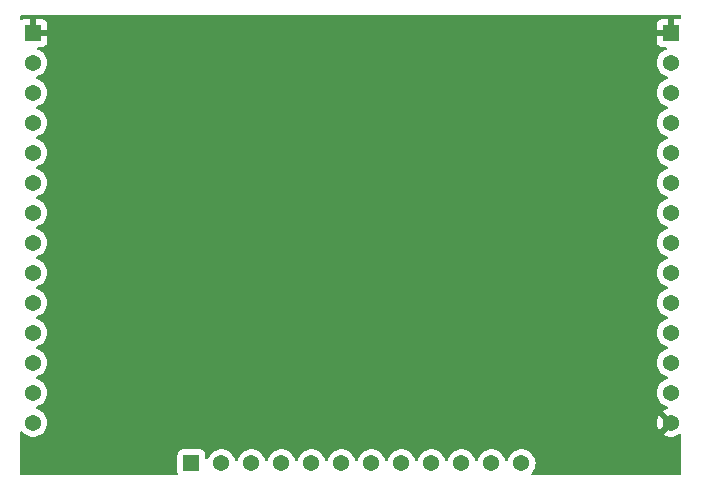
<source format=gbl>
%TF.GenerationSoftware,KiCad,Pcbnew,8.0.0*%
%TF.CreationDate,2024-03-04T00:39:04-06:00*%
%TF.ProjectId,MicrocontrollerTestBoard,4d696372-6f63-46f6-9e74-726f6c6c6572,rev?*%
%TF.SameCoordinates,Original*%
%TF.FileFunction,Copper,L2,Bot*%
%TF.FilePolarity,Positive*%
%FSLAX46Y46*%
G04 Gerber Fmt 4.6, Leading zero omitted, Abs format (unit mm)*
G04 Created by KiCad (PCBNEW 8.0.0) date 2024-03-04 00:39:04*
%MOMM*%
%LPD*%
G01*
G04 APERTURE LIST*
%TA.AperFunction,ComponentPad*%
%ADD10R,1.370000X1.370000*%
%TD*%
%TA.AperFunction,ComponentPad*%
%ADD11C,1.370000*%
%TD*%
%TA.AperFunction,ViaPad*%
%ADD12C,0.610000*%
%TD*%
%TA.AperFunction,Conductor*%
%ADD13C,0.508000*%
%TD*%
G04 APERTURE END LIST*
D10*
%TO.P,J3,1,1*%
%TO.N,Net-(U2-EPAD)*%
X178562000Y-74803000D03*
D11*
%TO.P,J3,2,2*%
%TO.N,Net-(U2-IO2)*%
X178562000Y-77343000D03*
%TO.P,J3,3,3*%
%TO.N,Net-(U2-TXD0)*%
X178562000Y-79883000D03*
%TO.P,J3,4,4*%
%TO.N,Net-(U2-RXD0)*%
X178562000Y-82423000D03*
%TO.P,J3,5,5*%
%TO.N,Net-(U2-IO42)*%
X178562000Y-84963000D03*
%TO.P,J3,6,6*%
%TO.N,Net-(U2-IO41)*%
X178562000Y-87503000D03*
%TO.P,J3,7,7*%
%TO.N,Net-(U2-IO40)*%
X178562000Y-90043000D03*
%TO.P,J3,8,8*%
%TO.N,Net-(U2-IO39)*%
X178562000Y-92583000D03*
%TO.P,J3,9,9*%
%TO.N,Net-(U2-IO38)*%
X178562000Y-95123000D03*
%TO.P,J3,10,10*%
%TO.N,Net-(U2-IO37_B)*%
X178562000Y-97663000D03*
%TO.P,J3,11,11*%
%TO.N,Net-(U2-IO36_B)*%
X178562000Y-100203000D03*
%TO.P,J3,12,12*%
%TO.N,Net-(U2-IO35_B)*%
X178562000Y-102743000D03*
%TO.P,J3,13,13*%
%TO.N,Net-(U2-IO0)*%
X178562000Y-105283000D03*
%TO.P,J3,14,14*%
%TO.N,Net-(U2-EPAD)*%
X178562000Y-107823000D03*
%TD*%
%TO.P,J2,12,12*%
%TO.N,Net-(U2-IO45)*%
X165929000Y-111247000D03*
%TO.P,J2,11,11*%
%TO.N,Net-(U2-IO48)*%
X163389000Y-111247000D03*
%TO.P,J2,10,10*%
%TO.N,Net-(U2-IO47)*%
X160849000Y-111247000D03*
%TO.P,J2,9,9*%
%TO.N,Net-(U2-IO21)*%
X158309000Y-111247000D03*
%TO.P,J2,8,8*%
%TO.N,Net-(U2-IO14)*%
X155769000Y-111247000D03*
%TO.P,J2,7,7*%
%TO.N,Net-(U2-IO13)*%
X153229000Y-111247000D03*
%TO.P,J2,6,6*%
%TO.N,Net-(U2-IO12)*%
X150689000Y-111247000D03*
%TO.P,J2,5,5*%
%TO.N,Net-(U2-IO11)*%
X148149000Y-111247000D03*
%TO.P,J2,4,4*%
%TO.N,Net-(U2-IO10)*%
X145609000Y-111247000D03*
%TO.P,J2,3,3*%
%TO.N,Net-(U2-IO9)*%
X143069000Y-111247000D03*
%TO.P,J2,2,2*%
%TO.N,Net-(U2-IO46)*%
X140529000Y-111247000D03*
D10*
%TO.P,J2,1,1*%
%TO.N,Net-(U2-IO3)*%
X137989000Y-111247000D03*
%TD*%
D11*
%TO.P,J1,14,14*%
%TO.N,Net-(U2-IO20)*%
X124587000Y-107823000D03*
%TO.P,J1,13,13*%
%TO.N,Net-(U2-IO19)*%
X124587000Y-105283000D03*
%TO.P,J1,12,12*%
%TO.N,Net-(U2-IO8)*%
X124587000Y-102743000D03*
%TO.P,J1,11,11*%
%TO.N,Net-(U2-IO18)*%
X124587000Y-100203000D03*
%TO.P,J1,10,10*%
%TO.N,Net-(U2-IO17)*%
X124587000Y-97663000D03*
%TO.P,J1,9,9*%
%TO.N,Net-(U2-IO16)*%
X124587000Y-95123000D03*
%TO.P,J1,8,8*%
%TO.N,Net-(U2-IO15)*%
X124587000Y-92583000D03*
%TO.P,J1,7,7*%
%TO.N,Net-(U2-IO7)*%
X124587000Y-90043000D03*
%TO.P,J1,6,6*%
%TO.N,Net-(U2-IO6)*%
X124587000Y-87503000D03*
%TO.P,J1,5,5*%
%TO.N,Net-(U2-IO5)*%
X124587000Y-84963000D03*
%TO.P,J1,4,4*%
%TO.N,Net-(U2-IO4)*%
X124587000Y-82423000D03*
%TO.P,J1,3,3*%
%TO.N,Net-(U2-EN)*%
X124587000Y-79883000D03*
%TO.P,J1,2,2*%
%TO.N,Net-(U2-3V3)*%
X124587000Y-77343000D03*
D10*
%TO.P,J1,1,1*%
%TO.N,Net-(U2-EPAD)*%
X124587000Y-74803000D03*
%TD*%
D12*
%TO.N,Net-(U2-EPAD)*%
X137541000Y-100838000D03*
X164338000Y-100838000D03*
X169799000Y-74803000D03*
X134493000Y-74803000D03*
%TD*%
D13*
%TO.N,Net-(U2-EPAD)*%
X164338000Y-80264000D02*
X169799000Y-74803000D01*
X164338000Y-100838000D02*
X164338000Y-80264000D01*
X137541000Y-100838000D02*
X164338000Y-100838000D01*
X137541000Y-77851000D02*
X134493000Y-74803000D01*
X137541000Y-100838000D02*
X137541000Y-77851000D01*
%TD*%
%TA.AperFunction,Conductor*%
%TO.N,Net-(U2-EPAD)*%
G36*
X179394039Y-73302685D02*
G01*
X179439794Y-73355489D01*
X179451000Y-73407000D01*
X179451000Y-73496744D01*
X179431315Y-73563783D01*
X179378511Y-73609538D01*
X179313744Y-73620033D01*
X179294844Y-73618000D01*
X178812000Y-73618000D01*
X178812000Y-74358439D01*
X178758853Y-74327755D01*
X178629143Y-74293000D01*
X178494857Y-74293000D01*
X178365147Y-74327755D01*
X178312000Y-74358439D01*
X178312000Y-73618000D01*
X177829155Y-73618000D01*
X177769627Y-73624401D01*
X177769620Y-73624403D01*
X177634913Y-73674645D01*
X177634906Y-73674649D01*
X177519812Y-73760809D01*
X177519809Y-73760812D01*
X177433649Y-73875906D01*
X177433645Y-73875913D01*
X177383403Y-74010620D01*
X177383401Y-74010627D01*
X177377000Y-74070155D01*
X177377000Y-74553000D01*
X178117440Y-74553000D01*
X178086755Y-74606147D01*
X178052000Y-74735857D01*
X178052000Y-74870143D01*
X178086755Y-74999853D01*
X178117440Y-75053000D01*
X177377000Y-75053000D01*
X177377000Y-75535844D01*
X177383401Y-75595372D01*
X177383403Y-75595379D01*
X177433645Y-75730086D01*
X177433649Y-75730093D01*
X177519809Y-75845187D01*
X177519812Y-75845190D01*
X177634906Y-75931350D01*
X177634913Y-75931354D01*
X177769620Y-75981596D01*
X177769627Y-75981598D01*
X177829155Y-75987999D01*
X177829172Y-75988000D01*
X178114579Y-75988000D01*
X178181618Y-76007685D01*
X178227373Y-76060489D01*
X178237317Y-76129647D01*
X178208292Y-76193203D01*
X178159373Y-76227627D01*
X178031314Y-76277236D01*
X178031312Y-76277237D01*
X177844514Y-76392898D01*
X177682153Y-76540909D01*
X177549749Y-76716240D01*
X177451819Y-76912909D01*
X177391692Y-77124236D01*
X177371421Y-77342999D01*
X177371421Y-77343000D01*
X177391692Y-77561763D01*
X177451819Y-77773090D01*
X177549749Y-77969759D01*
X177682153Y-78145090D01*
X177821830Y-78272422D01*
X177844516Y-78293103D01*
X178031313Y-78408763D01*
X178236183Y-78488129D01*
X178252141Y-78491112D01*
X178314419Y-78522780D01*
X178349692Y-78583092D01*
X178346758Y-78652900D01*
X178306549Y-78710040D01*
X178252141Y-78734887D01*
X178236183Y-78737871D01*
X178236181Y-78737871D01*
X178236179Y-78737872D01*
X178031314Y-78817236D01*
X178031312Y-78817237D01*
X177844514Y-78932898D01*
X177682153Y-79080909D01*
X177549749Y-79256240D01*
X177451819Y-79452909D01*
X177391692Y-79664236D01*
X177371421Y-79882999D01*
X177371421Y-79883000D01*
X177391692Y-80101763D01*
X177451819Y-80313090D01*
X177549749Y-80509759D01*
X177682153Y-80685090D01*
X177821830Y-80812422D01*
X177844516Y-80833103D01*
X178031313Y-80948763D01*
X178236183Y-81028129D01*
X178252141Y-81031112D01*
X178314419Y-81062780D01*
X178349692Y-81123092D01*
X178346758Y-81192900D01*
X178306549Y-81250040D01*
X178252141Y-81274887D01*
X178236183Y-81277871D01*
X178236181Y-81277871D01*
X178236179Y-81277872D01*
X178031314Y-81357236D01*
X178031312Y-81357237D01*
X177844514Y-81472898D01*
X177682153Y-81620909D01*
X177549749Y-81796240D01*
X177451819Y-81992909D01*
X177391692Y-82204236D01*
X177371421Y-82422999D01*
X177371421Y-82423000D01*
X177391692Y-82641763D01*
X177451819Y-82853090D01*
X177549749Y-83049759D01*
X177682153Y-83225090D01*
X177821830Y-83352422D01*
X177844516Y-83373103D01*
X178031313Y-83488763D01*
X178236183Y-83568129D01*
X178252141Y-83571112D01*
X178314419Y-83602780D01*
X178349692Y-83663092D01*
X178346758Y-83732900D01*
X178306549Y-83790040D01*
X178252141Y-83814887D01*
X178236183Y-83817871D01*
X178236181Y-83817871D01*
X178236179Y-83817872D01*
X178031314Y-83897236D01*
X178031312Y-83897237D01*
X177844514Y-84012898D01*
X177682153Y-84160909D01*
X177549749Y-84336240D01*
X177451819Y-84532909D01*
X177391692Y-84744236D01*
X177371421Y-84962999D01*
X177371421Y-84963000D01*
X177391692Y-85181763D01*
X177451819Y-85393090D01*
X177549749Y-85589759D01*
X177682153Y-85765090D01*
X177821830Y-85892422D01*
X177844516Y-85913103D01*
X178031313Y-86028763D01*
X178236183Y-86108129D01*
X178252141Y-86111112D01*
X178314419Y-86142780D01*
X178349692Y-86203092D01*
X178346758Y-86272900D01*
X178306549Y-86330040D01*
X178252141Y-86354887D01*
X178236183Y-86357871D01*
X178236181Y-86357871D01*
X178236179Y-86357872D01*
X178031314Y-86437236D01*
X178031312Y-86437237D01*
X177844514Y-86552898D01*
X177682153Y-86700909D01*
X177549749Y-86876240D01*
X177451819Y-87072909D01*
X177391692Y-87284236D01*
X177371421Y-87502999D01*
X177371421Y-87503000D01*
X177391692Y-87721763D01*
X177451819Y-87933090D01*
X177549749Y-88129759D01*
X177682153Y-88305090D01*
X177821830Y-88432422D01*
X177844516Y-88453103D01*
X178031313Y-88568763D01*
X178236183Y-88648129D01*
X178252141Y-88651112D01*
X178314419Y-88682780D01*
X178349692Y-88743092D01*
X178346758Y-88812900D01*
X178306549Y-88870040D01*
X178252141Y-88894887D01*
X178236183Y-88897871D01*
X178236181Y-88897871D01*
X178236179Y-88897872D01*
X178031314Y-88977236D01*
X178031312Y-88977237D01*
X177844514Y-89092898D01*
X177682153Y-89240909D01*
X177549749Y-89416240D01*
X177451819Y-89612909D01*
X177391692Y-89824236D01*
X177371421Y-90042999D01*
X177371421Y-90043000D01*
X177391692Y-90261763D01*
X177451819Y-90473090D01*
X177549749Y-90669759D01*
X177682153Y-90845090D01*
X177821830Y-90972422D01*
X177844516Y-90993103D01*
X178031313Y-91108763D01*
X178236183Y-91188129D01*
X178252141Y-91191112D01*
X178314419Y-91222780D01*
X178349692Y-91283092D01*
X178346758Y-91352900D01*
X178306549Y-91410040D01*
X178252141Y-91434887D01*
X178236183Y-91437871D01*
X178236181Y-91437871D01*
X178236179Y-91437872D01*
X178031314Y-91517236D01*
X178031312Y-91517237D01*
X177844514Y-91632898D01*
X177682153Y-91780909D01*
X177549749Y-91956240D01*
X177451819Y-92152909D01*
X177391692Y-92364236D01*
X177371421Y-92582999D01*
X177371421Y-92583000D01*
X177391692Y-92801763D01*
X177451819Y-93013090D01*
X177549749Y-93209759D01*
X177682153Y-93385090D01*
X177821830Y-93512422D01*
X177844516Y-93533103D01*
X178031313Y-93648763D01*
X178236183Y-93728129D01*
X178252141Y-93731112D01*
X178314419Y-93762780D01*
X178349692Y-93823092D01*
X178346758Y-93892900D01*
X178306549Y-93950040D01*
X178252141Y-93974887D01*
X178236183Y-93977871D01*
X178236181Y-93977871D01*
X178236179Y-93977872D01*
X178031314Y-94057236D01*
X178031312Y-94057237D01*
X177844514Y-94172898D01*
X177682153Y-94320909D01*
X177549749Y-94496240D01*
X177451819Y-94692909D01*
X177391692Y-94904236D01*
X177371421Y-95122999D01*
X177371421Y-95123000D01*
X177391692Y-95341763D01*
X177451819Y-95553090D01*
X177549749Y-95749759D01*
X177682153Y-95925090D01*
X177821830Y-96052422D01*
X177844516Y-96073103D01*
X178031313Y-96188763D01*
X178236183Y-96268129D01*
X178252141Y-96271112D01*
X178314419Y-96302780D01*
X178349692Y-96363092D01*
X178346758Y-96432900D01*
X178306549Y-96490040D01*
X178252141Y-96514887D01*
X178236183Y-96517871D01*
X178236181Y-96517871D01*
X178236179Y-96517872D01*
X178031314Y-96597236D01*
X178031312Y-96597237D01*
X177844514Y-96712898D01*
X177682153Y-96860909D01*
X177549749Y-97036240D01*
X177451819Y-97232909D01*
X177391692Y-97444236D01*
X177371421Y-97662999D01*
X177371421Y-97663000D01*
X177391692Y-97881763D01*
X177451819Y-98093090D01*
X177549749Y-98289759D01*
X177682153Y-98465090D01*
X177821830Y-98592422D01*
X177844516Y-98613103D01*
X178031313Y-98728763D01*
X178236183Y-98808129D01*
X178252141Y-98811112D01*
X178314419Y-98842780D01*
X178349692Y-98903092D01*
X178346758Y-98972900D01*
X178306549Y-99030040D01*
X178252141Y-99054887D01*
X178236183Y-99057871D01*
X178236181Y-99057871D01*
X178236179Y-99057872D01*
X178031314Y-99137236D01*
X178031312Y-99137237D01*
X177844514Y-99252898D01*
X177682153Y-99400909D01*
X177549749Y-99576240D01*
X177451819Y-99772909D01*
X177391692Y-99984236D01*
X177371421Y-100202999D01*
X177371421Y-100203000D01*
X177391692Y-100421763D01*
X177451819Y-100633090D01*
X177549749Y-100829759D01*
X177682153Y-101005090D01*
X177821830Y-101132422D01*
X177844516Y-101153103D01*
X178031313Y-101268763D01*
X178236183Y-101348129D01*
X178252141Y-101351112D01*
X178314419Y-101382780D01*
X178349692Y-101443092D01*
X178346758Y-101512900D01*
X178306549Y-101570040D01*
X178252141Y-101594887D01*
X178236183Y-101597871D01*
X178236181Y-101597871D01*
X178236179Y-101597872D01*
X178031314Y-101677236D01*
X178031312Y-101677237D01*
X177844514Y-101792898D01*
X177682153Y-101940909D01*
X177549749Y-102116240D01*
X177451819Y-102312909D01*
X177391692Y-102524236D01*
X177371421Y-102742999D01*
X177371421Y-102743000D01*
X177391692Y-102961763D01*
X177451819Y-103173090D01*
X177549749Y-103369759D01*
X177682153Y-103545090D01*
X177821830Y-103672422D01*
X177844516Y-103693103D01*
X178031313Y-103808763D01*
X178236183Y-103888129D01*
X178252141Y-103891112D01*
X178314419Y-103922780D01*
X178349692Y-103983092D01*
X178346758Y-104052900D01*
X178306549Y-104110040D01*
X178252141Y-104134887D01*
X178236183Y-104137871D01*
X178236181Y-104137871D01*
X178236179Y-104137872D01*
X178031314Y-104217236D01*
X178031312Y-104217237D01*
X177844514Y-104332898D01*
X177682153Y-104480909D01*
X177549749Y-104656240D01*
X177451819Y-104852909D01*
X177391692Y-105064236D01*
X177371421Y-105282999D01*
X177371421Y-105283000D01*
X177391692Y-105501763D01*
X177451819Y-105713090D01*
X177549749Y-105909759D01*
X177682153Y-106085090D01*
X177821830Y-106212422D01*
X177844516Y-106233103D01*
X178031313Y-106348763D01*
X178236183Y-106428129D01*
X178253493Y-106431365D01*
X178315774Y-106463030D01*
X178351049Y-106523341D01*
X178348118Y-106593149D01*
X178307910Y-106650290D01*
X178253501Y-106675141D01*
X178236325Y-106678352D01*
X178236321Y-106678353D01*
X178031540Y-106757685D01*
X177919567Y-106827014D01*
X178424424Y-107331871D01*
X178365147Y-107347755D01*
X178248853Y-107414898D01*
X178153898Y-107509853D01*
X178086755Y-107626147D01*
X178070871Y-107685425D01*
X177563847Y-107178401D01*
X177563846Y-107178401D01*
X177550176Y-107196503D01*
X177452290Y-107393084D01*
X177452284Y-107393099D01*
X177392186Y-107604322D01*
X177392185Y-107604324D01*
X177371923Y-107822999D01*
X177371923Y-107823000D01*
X177392185Y-108041675D01*
X177392186Y-108041677D01*
X177452284Y-108252900D01*
X177452290Y-108252915D01*
X177550172Y-108449489D01*
X177550177Y-108449497D01*
X177563846Y-108467597D01*
X177563847Y-108467598D01*
X178070871Y-107960574D01*
X178086755Y-108019853D01*
X178153898Y-108136147D01*
X178248853Y-108231102D01*
X178365147Y-108298245D01*
X178424423Y-108314127D01*
X177919567Y-108818984D01*
X177919568Y-108818985D01*
X178031533Y-108888311D01*
X178031539Y-108888314D01*
X178236321Y-108967646D01*
X178452197Y-109008000D01*
X178671803Y-109008000D01*
X178887677Y-108967646D01*
X178887678Y-108967646D01*
X179092460Y-108888314D01*
X179092466Y-108888311D01*
X179261723Y-108783512D01*
X179329083Y-108764957D01*
X179395783Y-108785765D01*
X179440644Y-108839330D01*
X179451000Y-108888939D01*
X179451000Y-112144000D01*
X179431315Y-112211039D01*
X179378511Y-112256794D01*
X179327000Y-112268000D01*
X166888794Y-112268000D01*
X166821755Y-112248315D01*
X166776000Y-112195511D01*
X166766056Y-112126353D01*
X166795081Y-112062797D01*
X166805251Y-112052366D01*
X166808848Y-112049088D01*
X166941251Y-111873759D01*
X167039182Y-111677087D01*
X167099307Y-111465768D01*
X167119579Y-111247000D01*
X167099307Y-111028232D01*
X167039182Y-110816913D01*
X166941251Y-110620241D01*
X166861109Y-110514116D01*
X166808846Y-110444909D01*
X166646485Y-110296898D01*
X166646484Y-110296897D01*
X166459687Y-110181237D01*
X166459685Y-110181236D01*
X166296978Y-110118204D01*
X166254817Y-110101871D01*
X166038853Y-110061500D01*
X165819147Y-110061500D01*
X165603183Y-110101871D01*
X165603180Y-110101871D01*
X165603180Y-110101872D01*
X165398314Y-110181236D01*
X165398312Y-110181237D01*
X165211514Y-110296898D01*
X165049153Y-110444909D01*
X164916749Y-110620240D01*
X164818819Y-110816909D01*
X164817299Y-110822251D01*
X164778265Y-110959439D01*
X164740987Y-111018531D01*
X164677678Y-111048089D01*
X164608438Y-111038727D01*
X164555252Y-110993418D01*
X164539734Y-110959441D01*
X164499182Y-110816913D01*
X164401251Y-110620241D01*
X164321109Y-110514116D01*
X164268846Y-110444909D01*
X164106485Y-110296898D01*
X164106484Y-110296897D01*
X163919687Y-110181237D01*
X163919685Y-110181236D01*
X163756978Y-110118204D01*
X163714817Y-110101871D01*
X163498853Y-110061500D01*
X163279147Y-110061500D01*
X163063183Y-110101871D01*
X163063180Y-110101871D01*
X163063180Y-110101872D01*
X162858314Y-110181236D01*
X162858312Y-110181237D01*
X162671514Y-110296898D01*
X162509153Y-110444909D01*
X162376749Y-110620240D01*
X162278819Y-110816909D01*
X162277299Y-110822251D01*
X162238265Y-110959439D01*
X162200987Y-111018531D01*
X162137678Y-111048089D01*
X162068438Y-111038727D01*
X162015252Y-110993418D01*
X161999734Y-110959441D01*
X161959182Y-110816913D01*
X161861251Y-110620241D01*
X161781109Y-110514116D01*
X161728846Y-110444909D01*
X161566485Y-110296898D01*
X161566484Y-110296897D01*
X161379687Y-110181237D01*
X161379685Y-110181236D01*
X161216978Y-110118204D01*
X161174817Y-110101871D01*
X160958853Y-110061500D01*
X160739147Y-110061500D01*
X160523183Y-110101871D01*
X160523180Y-110101871D01*
X160523180Y-110101872D01*
X160318314Y-110181236D01*
X160318312Y-110181237D01*
X160131514Y-110296898D01*
X159969153Y-110444909D01*
X159836749Y-110620240D01*
X159738819Y-110816909D01*
X159737299Y-110822251D01*
X159698265Y-110959439D01*
X159660987Y-111018531D01*
X159597678Y-111048089D01*
X159528438Y-111038727D01*
X159475252Y-110993418D01*
X159459734Y-110959441D01*
X159419182Y-110816913D01*
X159321251Y-110620241D01*
X159241109Y-110514116D01*
X159188846Y-110444909D01*
X159026485Y-110296898D01*
X159026484Y-110296897D01*
X158839687Y-110181237D01*
X158839685Y-110181236D01*
X158676978Y-110118204D01*
X158634817Y-110101871D01*
X158418853Y-110061500D01*
X158199147Y-110061500D01*
X157983183Y-110101871D01*
X157983180Y-110101871D01*
X157983180Y-110101872D01*
X157778314Y-110181236D01*
X157778312Y-110181237D01*
X157591514Y-110296898D01*
X157429153Y-110444909D01*
X157296749Y-110620240D01*
X157198819Y-110816909D01*
X157197299Y-110822251D01*
X157158265Y-110959439D01*
X157120987Y-111018531D01*
X157057678Y-111048089D01*
X156988438Y-111038727D01*
X156935252Y-110993418D01*
X156919734Y-110959441D01*
X156879182Y-110816913D01*
X156781251Y-110620241D01*
X156701109Y-110514116D01*
X156648846Y-110444909D01*
X156486485Y-110296898D01*
X156486484Y-110296897D01*
X156299687Y-110181237D01*
X156299685Y-110181236D01*
X156136978Y-110118204D01*
X156094817Y-110101871D01*
X155878853Y-110061500D01*
X155659147Y-110061500D01*
X155443183Y-110101871D01*
X155443180Y-110101871D01*
X155443180Y-110101872D01*
X155238314Y-110181236D01*
X155238312Y-110181237D01*
X155051514Y-110296898D01*
X154889153Y-110444909D01*
X154756749Y-110620240D01*
X154658819Y-110816909D01*
X154657299Y-110822251D01*
X154618265Y-110959439D01*
X154580987Y-111018531D01*
X154517678Y-111048089D01*
X154448438Y-111038727D01*
X154395252Y-110993418D01*
X154379734Y-110959441D01*
X154339182Y-110816913D01*
X154241251Y-110620241D01*
X154161109Y-110514116D01*
X154108846Y-110444909D01*
X153946485Y-110296898D01*
X153946484Y-110296897D01*
X153759687Y-110181237D01*
X153759685Y-110181236D01*
X153596978Y-110118204D01*
X153554817Y-110101871D01*
X153338853Y-110061500D01*
X153119147Y-110061500D01*
X152903183Y-110101871D01*
X152903180Y-110101871D01*
X152903180Y-110101872D01*
X152698314Y-110181236D01*
X152698312Y-110181237D01*
X152511514Y-110296898D01*
X152349153Y-110444909D01*
X152216749Y-110620240D01*
X152118819Y-110816909D01*
X152117299Y-110822251D01*
X152078265Y-110959439D01*
X152040987Y-111018531D01*
X151977678Y-111048089D01*
X151908438Y-111038727D01*
X151855252Y-110993418D01*
X151839734Y-110959441D01*
X151799182Y-110816913D01*
X151701251Y-110620241D01*
X151621109Y-110514116D01*
X151568846Y-110444909D01*
X151406485Y-110296898D01*
X151406484Y-110296897D01*
X151219687Y-110181237D01*
X151219685Y-110181236D01*
X151056978Y-110118204D01*
X151014817Y-110101871D01*
X150798853Y-110061500D01*
X150579147Y-110061500D01*
X150363183Y-110101871D01*
X150363180Y-110101871D01*
X150363180Y-110101872D01*
X150158314Y-110181236D01*
X150158312Y-110181237D01*
X149971514Y-110296898D01*
X149809153Y-110444909D01*
X149676749Y-110620240D01*
X149578819Y-110816909D01*
X149577299Y-110822251D01*
X149538265Y-110959439D01*
X149500987Y-111018531D01*
X149437678Y-111048089D01*
X149368438Y-111038727D01*
X149315252Y-110993418D01*
X149299734Y-110959441D01*
X149259182Y-110816913D01*
X149161251Y-110620241D01*
X149081109Y-110514116D01*
X149028846Y-110444909D01*
X148866485Y-110296898D01*
X148866484Y-110296897D01*
X148679687Y-110181237D01*
X148679685Y-110181236D01*
X148516978Y-110118204D01*
X148474817Y-110101871D01*
X148258853Y-110061500D01*
X148039147Y-110061500D01*
X147823183Y-110101871D01*
X147823180Y-110101871D01*
X147823180Y-110101872D01*
X147618314Y-110181236D01*
X147618312Y-110181237D01*
X147431514Y-110296898D01*
X147269153Y-110444909D01*
X147136749Y-110620240D01*
X147038819Y-110816909D01*
X147037299Y-110822251D01*
X146998265Y-110959439D01*
X146960987Y-111018531D01*
X146897678Y-111048089D01*
X146828438Y-111038727D01*
X146775252Y-110993418D01*
X146759734Y-110959441D01*
X146719182Y-110816913D01*
X146621251Y-110620241D01*
X146541109Y-110514116D01*
X146488846Y-110444909D01*
X146326485Y-110296898D01*
X146326484Y-110296897D01*
X146139687Y-110181237D01*
X146139685Y-110181236D01*
X145976978Y-110118204D01*
X145934817Y-110101871D01*
X145718853Y-110061500D01*
X145499147Y-110061500D01*
X145283183Y-110101871D01*
X145283180Y-110101871D01*
X145283180Y-110101872D01*
X145078314Y-110181236D01*
X145078312Y-110181237D01*
X144891514Y-110296898D01*
X144729153Y-110444909D01*
X144596749Y-110620240D01*
X144498819Y-110816909D01*
X144497299Y-110822251D01*
X144458265Y-110959439D01*
X144420987Y-111018531D01*
X144357678Y-111048089D01*
X144288438Y-111038727D01*
X144235252Y-110993418D01*
X144219734Y-110959441D01*
X144179182Y-110816913D01*
X144081251Y-110620241D01*
X144001109Y-110514116D01*
X143948846Y-110444909D01*
X143786485Y-110296898D01*
X143786484Y-110296897D01*
X143599687Y-110181237D01*
X143599685Y-110181236D01*
X143436978Y-110118204D01*
X143394817Y-110101871D01*
X143178853Y-110061500D01*
X142959147Y-110061500D01*
X142743183Y-110101871D01*
X142743180Y-110101871D01*
X142743180Y-110101872D01*
X142538314Y-110181236D01*
X142538312Y-110181237D01*
X142351514Y-110296898D01*
X142189153Y-110444909D01*
X142056749Y-110620240D01*
X141958819Y-110816909D01*
X141957299Y-110822251D01*
X141918265Y-110959439D01*
X141880987Y-111018531D01*
X141817678Y-111048089D01*
X141748438Y-111038727D01*
X141695252Y-110993418D01*
X141679734Y-110959441D01*
X141639182Y-110816913D01*
X141541251Y-110620241D01*
X141461109Y-110514116D01*
X141408846Y-110444909D01*
X141246485Y-110296898D01*
X141246484Y-110296897D01*
X141059687Y-110181237D01*
X141059685Y-110181236D01*
X140896978Y-110118204D01*
X140854817Y-110101871D01*
X140638853Y-110061500D01*
X140419147Y-110061500D01*
X140203183Y-110101871D01*
X140203180Y-110101871D01*
X140203180Y-110101872D01*
X139998314Y-110181236D01*
X139998312Y-110181237D01*
X139811514Y-110296898D01*
X139649153Y-110444909D01*
X139516749Y-110620240D01*
X139418818Y-110816911D01*
X139417765Y-110820613D01*
X139416778Y-110822176D01*
X139416747Y-110822258D01*
X139416731Y-110822251D01*
X139380484Y-110879706D01*
X139317173Y-110909262D01*
X139247934Y-110899898D01*
X139194749Y-110854587D01*
X139174503Y-110787715D01*
X139174499Y-110786676D01*
X139174499Y-110514129D01*
X139174498Y-110514123D01*
X139174497Y-110514116D01*
X139168091Y-110454517D01*
X139164507Y-110444909D01*
X139117797Y-110319671D01*
X139117793Y-110319664D01*
X139031547Y-110204455D01*
X139031544Y-110204452D01*
X138916335Y-110118206D01*
X138916328Y-110118202D01*
X138781482Y-110067908D01*
X138781483Y-110067908D01*
X138721883Y-110061501D01*
X138721881Y-110061500D01*
X138721873Y-110061500D01*
X138721864Y-110061500D01*
X137256129Y-110061500D01*
X137256123Y-110061501D01*
X137196516Y-110067908D01*
X137061671Y-110118202D01*
X137061664Y-110118206D01*
X136946455Y-110204452D01*
X136946452Y-110204455D01*
X136860206Y-110319664D01*
X136860202Y-110319671D01*
X136809908Y-110454517D01*
X136803501Y-110514116D01*
X136803501Y-110514123D01*
X136803500Y-110514135D01*
X136803500Y-111979870D01*
X136803501Y-111979876D01*
X136809908Y-112039483D01*
X136832729Y-112100667D01*
X136837713Y-112170359D01*
X136804228Y-112231682D01*
X136742905Y-112265166D01*
X136716547Y-112268000D01*
X123568000Y-112268000D01*
X123500961Y-112248315D01*
X123455206Y-112195511D01*
X123444000Y-112144000D01*
X123444000Y-108646584D01*
X123463685Y-108579545D01*
X123516489Y-108533790D01*
X123585647Y-108523846D01*
X123649203Y-108552871D01*
X123666951Y-108571854D01*
X123684449Y-108595025D01*
X123707153Y-108625090D01*
X123846830Y-108752422D01*
X123869516Y-108773103D01*
X124056313Y-108888763D01*
X124261183Y-108968129D01*
X124477147Y-109008500D01*
X124477149Y-109008500D01*
X124696851Y-109008500D01*
X124696853Y-109008500D01*
X124912817Y-108968129D01*
X125117687Y-108888763D01*
X125304484Y-108773103D01*
X125466848Y-108625088D01*
X125599251Y-108449759D01*
X125697182Y-108253087D01*
X125757307Y-108041768D01*
X125777579Y-107823000D01*
X125757307Y-107604232D01*
X125697182Y-107392913D01*
X125599251Y-107196241D01*
X125535730Y-107112126D01*
X125466846Y-107020909D01*
X125304485Y-106872898D01*
X125304484Y-106872897D01*
X125117687Y-106757237D01*
X125117685Y-106757236D01*
X124912820Y-106677872D01*
X124912819Y-106677871D01*
X124912817Y-106677871D01*
X124896858Y-106674887D01*
X124834580Y-106643221D01*
X124799307Y-106582909D01*
X124802241Y-106513101D01*
X124842449Y-106455960D01*
X124896858Y-106431112D01*
X124912817Y-106428129D01*
X125117687Y-106348763D01*
X125304484Y-106233103D01*
X125466848Y-106085088D01*
X125599251Y-105909759D01*
X125697182Y-105713087D01*
X125757307Y-105501768D01*
X125777579Y-105283000D01*
X125757307Y-105064232D01*
X125697182Y-104852913D01*
X125599251Y-104656241D01*
X125535730Y-104572126D01*
X125466846Y-104480909D01*
X125304485Y-104332898D01*
X125304484Y-104332897D01*
X125117687Y-104217237D01*
X125117685Y-104217236D01*
X124912820Y-104137872D01*
X124912819Y-104137871D01*
X124912817Y-104137871D01*
X124896858Y-104134887D01*
X124834580Y-104103221D01*
X124799307Y-104042909D01*
X124802241Y-103973101D01*
X124842449Y-103915960D01*
X124896858Y-103891112D01*
X124912817Y-103888129D01*
X125117687Y-103808763D01*
X125304484Y-103693103D01*
X125466848Y-103545088D01*
X125599251Y-103369759D01*
X125697182Y-103173087D01*
X125757307Y-102961768D01*
X125777579Y-102743000D01*
X125757307Y-102524232D01*
X125697182Y-102312913D01*
X125599251Y-102116241D01*
X125535730Y-102032126D01*
X125466846Y-101940909D01*
X125304485Y-101792898D01*
X125304484Y-101792897D01*
X125117687Y-101677237D01*
X125117685Y-101677236D01*
X124912820Y-101597872D01*
X124912819Y-101597871D01*
X124912817Y-101597871D01*
X124896858Y-101594887D01*
X124834580Y-101563221D01*
X124799307Y-101502909D01*
X124802241Y-101433101D01*
X124842449Y-101375960D01*
X124896858Y-101351112D01*
X124912817Y-101348129D01*
X125117687Y-101268763D01*
X125304484Y-101153103D01*
X125466848Y-101005088D01*
X125599251Y-100829759D01*
X125697182Y-100633087D01*
X125757307Y-100421768D01*
X125777579Y-100203000D01*
X125757307Y-99984232D01*
X125697182Y-99772913D01*
X125599251Y-99576241D01*
X125535730Y-99492126D01*
X125466846Y-99400909D01*
X125304485Y-99252898D01*
X125304484Y-99252897D01*
X125117687Y-99137237D01*
X125117685Y-99137236D01*
X124912820Y-99057872D01*
X124912819Y-99057871D01*
X124912817Y-99057871D01*
X124896858Y-99054887D01*
X124834580Y-99023221D01*
X124799307Y-98962909D01*
X124802241Y-98893101D01*
X124842449Y-98835960D01*
X124896858Y-98811112D01*
X124912817Y-98808129D01*
X125117687Y-98728763D01*
X125304484Y-98613103D01*
X125466848Y-98465088D01*
X125599251Y-98289759D01*
X125697182Y-98093087D01*
X125757307Y-97881768D01*
X125777579Y-97663000D01*
X125757307Y-97444232D01*
X125697182Y-97232913D01*
X125599251Y-97036241D01*
X125535730Y-96952126D01*
X125466846Y-96860909D01*
X125304485Y-96712898D01*
X125304484Y-96712897D01*
X125117687Y-96597237D01*
X125117685Y-96597236D01*
X124912820Y-96517872D01*
X124912819Y-96517871D01*
X124912817Y-96517871D01*
X124896858Y-96514887D01*
X124834580Y-96483221D01*
X124799307Y-96422909D01*
X124802241Y-96353101D01*
X124842449Y-96295960D01*
X124896858Y-96271112D01*
X124912817Y-96268129D01*
X125117687Y-96188763D01*
X125304484Y-96073103D01*
X125466848Y-95925088D01*
X125599251Y-95749759D01*
X125697182Y-95553087D01*
X125757307Y-95341768D01*
X125777579Y-95123000D01*
X125757307Y-94904232D01*
X125697182Y-94692913D01*
X125599251Y-94496241D01*
X125535730Y-94412126D01*
X125466846Y-94320909D01*
X125304485Y-94172898D01*
X125304484Y-94172897D01*
X125117687Y-94057237D01*
X125117685Y-94057236D01*
X124912820Y-93977872D01*
X124912819Y-93977871D01*
X124912817Y-93977871D01*
X124896858Y-93974887D01*
X124834580Y-93943221D01*
X124799307Y-93882909D01*
X124802241Y-93813101D01*
X124842449Y-93755960D01*
X124896858Y-93731112D01*
X124912817Y-93728129D01*
X125117687Y-93648763D01*
X125304484Y-93533103D01*
X125466848Y-93385088D01*
X125599251Y-93209759D01*
X125697182Y-93013087D01*
X125757307Y-92801768D01*
X125777579Y-92583000D01*
X125757307Y-92364232D01*
X125697182Y-92152913D01*
X125599251Y-91956241D01*
X125535730Y-91872126D01*
X125466846Y-91780909D01*
X125304485Y-91632898D01*
X125304484Y-91632897D01*
X125117687Y-91517237D01*
X125117685Y-91517236D01*
X124912820Y-91437872D01*
X124912819Y-91437871D01*
X124912817Y-91437871D01*
X124896858Y-91434887D01*
X124834580Y-91403221D01*
X124799307Y-91342909D01*
X124802241Y-91273101D01*
X124842449Y-91215960D01*
X124896858Y-91191112D01*
X124912817Y-91188129D01*
X125117687Y-91108763D01*
X125304484Y-90993103D01*
X125466848Y-90845088D01*
X125599251Y-90669759D01*
X125697182Y-90473087D01*
X125757307Y-90261768D01*
X125777579Y-90043000D01*
X125757307Y-89824232D01*
X125697182Y-89612913D01*
X125599251Y-89416241D01*
X125535730Y-89332126D01*
X125466846Y-89240909D01*
X125304485Y-89092898D01*
X125304484Y-89092897D01*
X125117687Y-88977237D01*
X125117685Y-88977236D01*
X124912820Y-88897872D01*
X124912819Y-88897871D01*
X124912817Y-88897871D01*
X124896858Y-88894887D01*
X124834580Y-88863221D01*
X124799307Y-88802909D01*
X124802241Y-88733101D01*
X124842449Y-88675960D01*
X124896858Y-88651112D01*
X124912817Y-88648129D01*
X125117687Y-88568763D01*
X125304484Y-88453103D01*
X125466848Y-88305088D01*
X125599251Y-88129759D01*
X125697182Y-87933087D01*
X125757307Y-87721768D01*
X125777579Y-87503000D01*
X125757307Y-87284232D01*
X125697182Y-87072913D01*
X125599251Y-86876241D01*
X125535730Y-86792126D01*
X125466846Y-86700909D01*
X125304485Y-86552898D01*
X125304484Y-86552897D01*
X125117687Y-86437237D01*
X125117685Y-86437236D01*
X124912820Y-86357872D01*
X124912819Y-86357871D01*
X124912817Y-86357871D01*
X124896858Y-86354887D01*
X124834580Y-86323221D01*
X124799307Y-86262909D01*
X124802241Y-86193101D01*
X124842449Y-86135960D01*
X124896858Y-86111112D01*
X124912817Y-86108129D01*
X125117687Y-86028763D01*
X125304484Y-85913103D01*
X125466848Y-85765088D01*
X125599251Y-85589759D01*
X125697182Y-85393087D01*
X125757307Y-85181768D01*
X125777579Y-84963000D01*
X125757307Y-84744232D01*
X125697182Y-84532913D01*
X125599251Y-84336241D01*
X125535730Y-84252126D01*
X125466846Y-84160909D01*
X125304485Y-84012898D01*
X125304484Y-84012897D01*
X125117687Y-83897237D01*
X125117685Y-83897236D01*
X124912820Y-83817872D01*
X124912819Y-83817871D01*
X124912817Y-83817871D01*
X124896858Y-83814887D01*
X124834580Y-83783221D01*
X124799307Y-83722909D01*
X124802241Y-83653101D01*
X124842449Y-83595960D01*
X124896858Y-83571112D01*
X124912817Y-83568129D01*
X125117687Y-83488763D01*
X125304484Y-83373103D01*
X125466848Y-83225088D01*
X125599251Y-83049759D01*
X125697182Y-82853087D01*
X125757307Y-82641768D01*
X125777579Y-82423000D01*
X125757307Y-82204232D01*
X125697182Y-81992913D01*
X125599251Y-81796241D01*
X125535730Y-81712126D01*
X125466846Y-81620909D01*
X125304485Y-81472898D01*
X125304484Y-81472897D01*
X125117687Y-81357237D01*
X125117685Y-81357236D01*
X124912820Y-81277872D01*
X124912819Y-81277871D01*
X124912817Y-81277871D01*
X124896858Y-81274887D01*
X124834580Y-81243221D01*
X124799307Y-81182909D01*
X124802241Y-81113101D01*
X124842449Y-81055960D01*
X124896858Y-81031112D01*
X124912817Y-81028129D01*
X125117687Y-80948763D01*
X125304484Y-80833103D01*
X125466848Y-80685088D01*
X125599251Y-80509759D01*
X125697182Y-80313087D01*
X125757307Y-80101768D01*
X125777579Y-79883000D01*
X125757307Y-79664232D01*
X125697182Y-79452913D01*
X125599251Y-79256241D01*
X125535730Y-79172126D01*
X125466846Y-79080909D01*
X125304485Y-78932898D01*
X125304484Y-78932897D01*
X125117687Y-78817237D01*
X125117685Y-78817236D01*
X124912820Y-78737872D01*
X124912819Y-78737871D01*
X124912817Y-78737871D01*
X124896858Y-78734887D01*
X124834580Y-78703221D01*
X124799307Y-78642909D01*
X124802241Y-78573101D01*
X124842449Y-78515960D01*
X124896858Y-78491112D01*
X124912817Y-78488129D01*
X125117687Y-78408763D01*
X125304484Y-78293103D01*
X125466848Y-78145088D01*
X125599251Y-77969759D01*
X125697182Y-77773087D01*
X125757307Y-77561768D01*
X125777579Y-77343000D01*
X125757307Y-77124232D01*
X125697182Y-76912913D01*
X125599251Y-76716241D01*
X125535730Y-76632126D01*
X125466846Y-76540909D01*
X125304485Y-76392898D01*
X125304484Y-76392897D01*
X125117687Y-76277237D01*
X125117685Y-76277236D01*
X124989627Y-76227627D01*
X124934226Y-76185054D01*
X124910635Y-76119287D01*
X124926346Y-76051207D01*
X124976370Y-76002428D01*
X125034421Y-75988000D01*
X125319828Y-75988000D01*
X125319844Y-75987999D01*
X125379372Y-75981598D01*
X125379379Y-75981596D01*
X125514086Y-75931354D01*
X125514093Y-75931350D01*
X125629187Y-75845190D01*
X125629190Y-75845187D01*
X125715350Y-75730093D01*
X125715354Y-75730086D01*
X125765596Y-75595379D01*
X125765598Y-75595372D01*
X125771999Y-75535844D01*
X125772000Y-75535827D01*
X125772000Y-75053000D01*
X125031560Y-75053000D01*
X125062245Y-74999853D01*
X125097000Y-74870143D01*
X125097000Y-74735857D01*
X125062245Y-74606147D01*
X125031560Y-74553000D01*
X125772000Y-74553000D01*
X125772000Y-74070172D01*
X125771999Y-74070155D01*
X125765598Y-74010627D01*
X125765596Y-74010620D01*
X125715354Y-73875913D01*
X125715350Y-73875906D01*
X125629190Y-73760812D01*
X125629187Y-73760809D01*
X125514093Y-73674649D01*
X125514086Y-73674645D01*
X125379379Y-73624403D01*
X125379372Y-73624401D01*
X125319844Y-73618000D01*
X124837000Y-73618000D01*
X124837000Y-74358439D01*
X124783853Y-74327755D01*
X124654143Y-74293000D01*
X124519857Y-74293000D01*
X124390147Y-74327755D01*
X124337000Y-74358439D01*
X124337000Y-73618000D01*
X123854155Y-73618000D01*
X123794627Y-73624401D01*
X123794620Y-73624403D01*
X123659913Y-73674645D01*
X123659906Y-73674649D01*
X123642310Y-73687822D01*
X123576845Y-73712239D01*
X123508573Y-73697387D01*
X123459168Y-73647981D01*
X123444000Y-73588555D01*
X123444000Y-73407000D01*
X123463685Y-73339961D01*
X123516489Y-73294206D01*
X123568000Y-73283000D01*
X179327000Y-73283000D01*
X179394039Y-73302685D01*
G37*
%TD.AperFunction*%
%TD*%
M02*

</source>
